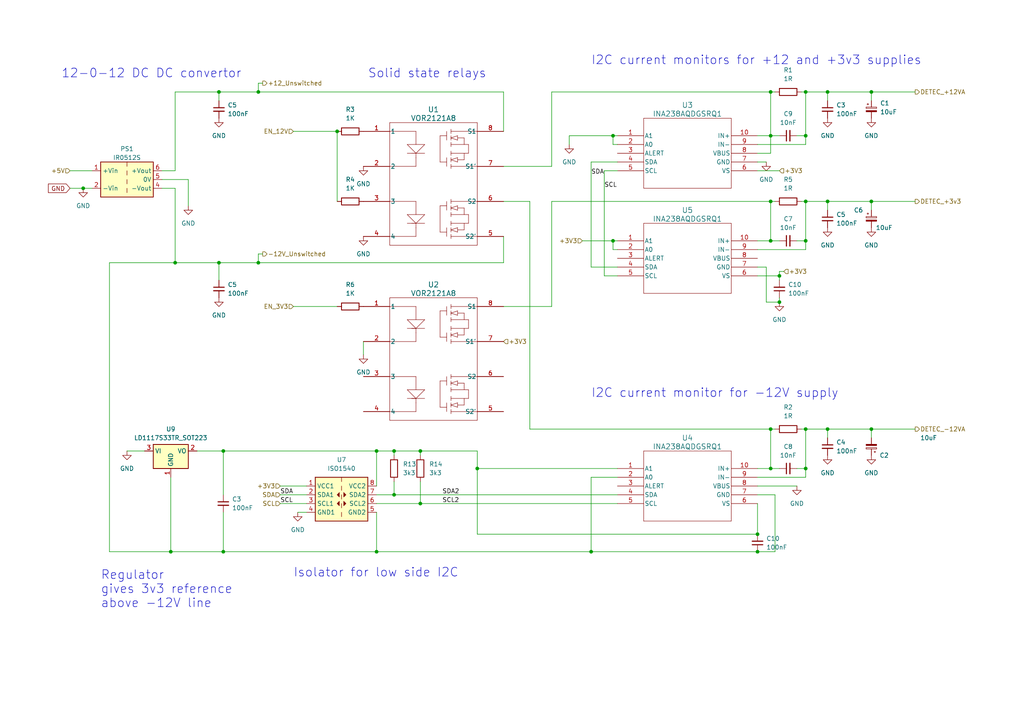
<source format=kicad_sch>
(kicad_sch (version 20230121) (generator eeschema)
  (paper "A4")
  (lib_symbols
    (symbol "Converter_DCDC:IR0512S"
      (property "Reference" "PS1" (at 0 8.89 0))
      (property "Value" "IR0512S" (at 0 6.35 0))
      (symbol "IR0512S_0_0"
        (pin power_in line (at -10.16 2.54 0) (length 2.54) (name "+Vin") (number "1"))
        (pin power_in line (at -10.16 -2.54 0) (length 2.54) (name "-Vin") (number "2"))
        (pin power_out line (at 10.16 -2.54 180) (length 2.54) (name "-Vout") (number "4"))
        (pin power_out line (at 10.16 0 180) (length 2.54) (name "0V") (number "5"))
        (pin power_out line (at 10.16 2.54 180) (length 2.54) (name "+Vout") (number "6"))
      )
      (symbol "IR0512S_0_1"
        (rectangle (start -7.62 5.08) (end 7.62 -5.08) (stroke (width 0.254)) (fill (type background)))
        (polyline (pts (xy 0 -2.54) (xy 0 -3.81)))
        (polyline (pts (xy 0 0) (xy 0 -1.27)))
        (polyline (pts (xy 0 2.54) (xy 0 1.27)))
        (polyline (pts (xy 0 5.08) (xy 0 3.81)))
      )
      (symbol "IR0512S_1_1"
        (pin no_connect line (at 0 -5.08 90) (length 2.54) hide (name "NC") (number "3"))
      )
    )
    (symbol "Device:C_Polarized_Small" (pin_numbers hide) (pin_names (offset 0.254) hide)
      (property "Reference" "C" (at 0.254 1.778 0))
      (property "Value" "C_Polarized_Small" (at 0.254 -2.032 0))
      (symbol "C_Polarized_Small_0_1"
        (rectangle (start -1.524 -0.3048) (end 1.524 -0.6858) (fill (type outline)))
        (rectangle (start -1.524 0.6858) (end 1.524 0.3048))
        (polyline (pts (xy -1.27 1.524) (xy -0.762 1.524)))
        (polyline (pts (xy -1.016 1.27) (xy -1.016 1.778)))
      )
      (symbol "C_Polarized_Small_1_1"
        (pin passive line (at 0 2.54 270) (length 1.8542) (name "~") (number "1"))
        (pin passive line (at 0 -2.54 90) (length 1.8542) (name "~") (number "2"))
      )
    )
    (symbol "Device:C_Small" (pin_numbers hide) (pin_names (offset 0.254) hide)
      (property "Reference" "C" (at 0.254 1.778 0))
      (property "Value" "C_Small" (at 0.254 -2.032 0))
      (symbol "C_Small_0_1"
        (polyline (pts (xy -1.524 -0.508) (xy 1.524 -0.508)) (stroke (width 0.3302)))
        (polyline (pts (xy -1.524 0.508) (xy 1.524 0.508)) (stroke (width 0.3048)))
      )
      (symbol "C_Small_1_1"
        (pin passive line (at 0 2.54 270) (length 2.032) (name "~") (number "1"))
        (pin passive line (at 0 -2.54 90) (length 2.032) (name "~") (number "2"))
      )
    )
    (symbol "Device:R" (pin_numbers hide) (pin_names (offset 0))
      (property "Reference" "R" (at 2.032 0 90))
      (property "Value" "R" (at 0 0 90))
      (symbol "R_0_1"
        (rectangle (start -1.016 -2.54) (end 1.016 2.54) (stroke (width 0.254)))
      )
      (symbol "R_1_1"
        (pin passive line (at 0 3.81 270) (length 1.27) (name "~") (number "1"))
        (pin passive line (at 0 -3.81 90) (length 1.27) (name "~") (number "2"))
      )
    )
    (symbol "Isolator:ISO1540"
      (property "Reference" "U" (at -6.35 6.35 0))
      (property "Value" "ISO1540" (at 3.81 6.35 0))
      (symbol "ISO1540_0_1"
        (rectangle (start -7.62 5.08) (end 7.62 -7.62) (stroke (width 0.254)) (fill (type background)))
        (rectangle (start 0 -5.08) (end 0 -6.35))
        (polyline (pts (xy 0 -2.54) (xy 0 -3.81)))
        (polyline (pts (xy 0 0) (xy 0 -1.27)))
        (polyline (pts (xy 0 2.54) (xy 0 1.27)))
        (polyline (pts (xy 0 5.08) (xy 0 3.81)))
        (polyline (pts (xy -0.635 0.635) (xy -1.27 0) (xy -0.635 -0.635) (xy -0.635 0.635)) (fill (type outline)))
        (polyline (pts (xy 0.635 -1.905) (xy 1.27 -2.54) (xy 0.635 -3.175) (xy 0.635 -1.905)) (fill (type outline)))
        (polyline (pts (xy 0.635 0.635) (xy 1.27 0) (xy 0.635 -0.635) (xy 0.635 0.635)) (fill (type outline)))
      )
      (symbol "ISO1540_1_1"
        (polyline (pts (xy -0.635 -1.905) (xy -1.27 -2.54) (xy -0.635 -3.175) (xy -0.635 -1.905)) (fill (type outline)))
        (pin power_in line (at -10.16 2.54 0) (length 2.54) (name "VCC1") (number "1"))
        (pin bidirectional line (at -10.16 0 0) (length 2.54) (name "SDA1") (number "2"))
        (pin bidirectional line (at -10.16 -2.54 0) (length 2.54) (name "SCL1") (number "3"))
        (pin power_in line (at -10.16 -5.08 0) (length 2.54) (name "GND1") (number "4"))
        (pin power_in line (at 10.16 -5.08 180) (length 2.54) (name "GND2") (number "5"))
        (pin bidirectional line (at 10.16 -2.54 180) (length 2.54) (name "SCL2") (number "6"))
        (pin bidirectional line (at 10.16 0 180) (length 2.54) (name "SDA2") (number "7"))
        (pin power_in line (at 10.16 2.54 180) (length 2.54) (name "VCC2") (number "8"))
      )
    )
    (symbol "Power_Management:INA238AQDGSRQ1" (pin_names (offset 0.254))
      (property "Reference" "U" (at 20.32 10.16 0))
      (property "Value" "INA238AQDGSRQ1" (at 20.32 7.62 0))
      (symbol "INA238AQDGSRQ1_0_1"
        (polyline (pts (xy 7.62 -15.24) (xy 33.02 -15.24)) (stroke (width 0.127)))
        (polyline (pts (xy 7.62 5.08) (xy 7.62 -15.24)) (stroke (width 0.127)))
        (polyline (pts (xy 33.02 -15.24) (xy 33.02 5.08)) (stroke (width 0.127)))
        (polyline (pts (xy 33.02 5.08) (xy 7.62 5.08)) (stroke (width 0.127)))
        (pin input line (at 0 0 0) (length 7.62) (name "A1") (number "1"))
        (pin input line (at 40.64 0 180) (length 7.62) (name "IN+") (number "10"))
        (pin input line (at 0 -2.54 0) (length 7.62) (name "A0") (number "2"))
        (pin output line (at 0 -5.08 0) (length 7.62) (name "ALERT") (number "3"))
        (pin bidirectional line (at 0 -7.62 0) (length 7.62) (name "SDA") (number "4"))
        (pin input line (at 0 -10.16 0) (length 7.62) (name "SCL") (number "5"))
        (pin power_in line (at 40.64 -10.16 180) (length 7.62) (name "VS") (number "6"))
        (pin power_out line (at 40.64 -7.62 180) (length 7.62) (name "GND") (number "7"))
        (pin input line (at 40.64 -5.08 180) (length 7.62) (name "VBUS") (number "8"))
        (pin input line (at 40.64 -2.54 180) (length 7.62) (name "IN-") (number "9"))
      )
    )
    (symbol "Regulator_Linear:LD1117S33TR_SOT223"
      (property "Reference" "U" (at -3.81 3.175 0))
      (property "Value" "LD1117S33TR_SOT223" (at 0 3.175 0))
      (symbol "LD1117S33TR_SOT223_0_1"
        (rectangle (start -5.08 -5.08) (end 5.08 1.905) (stroke (width 0.254)) (fill (type background)))
      )
      (symbol "LD1117S33TR_SOT223_1_1"
        (pin power_in line (at 0 -7.62 90) (length 2.54) (name "GND") (number "1"))
        (pin power_out line (at 7.62 0 180) (length 2.54) (name "VO") (number "2"))
        (pin power_in line (at -7.62 0 0) (length 2.54) (name "VI") (number "3"))
      )
    )
    (symbol "Relay_SolidState:VOR2121A8" (pin_names (offset 0.254))
      (property "Reference" "U" (at 20.32 7.62 0))
      (property "Value" "VOR2121A8" (at 20.32 5.08 0))
      (symbol "VOR2121A8_0_1"
        (polyline (pts (xy 7.62 -33.02) (xy 33.02 -33.02)) (stroke (width 0.127)))
        (polyline (pts (xy 7.62 -30.48) (xy 15.24 -30.48)) (stroke (width 0.127)))
        (polyline (pts (xy 7.62 -20.32) (xy 15.24 -20.32)) (stroke (width 0.127)))
        (polyline (pts (xy 7.62 -10.16) (xy 15.24 -10.16)) (stroke (width 0.127)))
        (polyline (pts (xy 7.62 0) (xy 15.24 0)) (stroke (width 0.127)))
        (polyline (pts (xy 7.62 2.54) (xy 7.62 -33.02)) (stroke (width 0.127)))
        (polyline (pts (xy 12.7 -24.13) (xy 17.78 -24.13)) (stroke (width 0.127)))
        (polyline (pts (xy 12.7 -3.81) (xy 17.78 -3.81)) (stroke (width 0.127)))
        (polyline (pts (xy 15.24 -30.48) (xy 15.24 -27.94)) (stroke (width 0.127)))
        (polyline (pts (xy 15.24 -27.94) (xy 15.24 -26.67)) (stroke (width 0.127)))
        (polyline (pts (xy 15.24 -26.67) (xy 12.7 -26.67)) (stroke (width 0.127)))
        (polyline (pts (xy 15.24 -26.67) (xy 12.7 -24.13)) (stroke (width 0.127)))
        (polyline (pts (xy 15.24 -26.67) (xy 13.97 -26.67)) (stroke (width 0.127)))
        (polyline (pts (xy 15.24 -26.67) (xy 17.78 -26.67)) (stroke (width 0.127)))
        (polyline (pts (xy 15.24 -24.13) (xy 15.24 -20.32)) (stroke (width 0.127)))
        (polyline (pts (xy 15.24 -10.16) (xy 15.24 -7.62)) (stroke (width 0.127)))
        (polyline (pts (xy 15.24 -7.62) (xy 15.24 -6.35)) (stroke (width 0.127)))
        (polyline (pts (xy 15.24 -6.35) (xy 12.7 -6.35)) (stroke (width 0.127)))
        (polyline (pts (xy 15.24 -6.35) (xy 12.7 -3.81)) (stroke (width 0.127)))
        (polyline (pts (xy 15.24 -6.35) (xy 13.97 -6.35)) (stroke (width 0.127)))
        (polyline (pts (xy 15.24 -6.35) (xy 17.78 -6.35)) (stroke (width 0.127)))
        (polyline (pts (xy 15.24 -3.81) (xy 15.24 0)) (stroke (width 0.127)))
        (polyline (pts (xy 17.78 -24.13) (xy 15.24 -26.67)) (stroke (width 0.127)))
        (polyline (pts (xy 17.78 -3.81) (xy 15.24 -6.35)) (stroke (width 0.127)))
        (polyline (pts (xy 22.225 -29.21) (xy 22.225 -21.59)) (stroke (width 0.127)))
        (polyline (pts (xy 22.225 -21.59) (xy 24.13 -21.59)) (stroke (width 0.127)))
        (polyline (pts (xy 22.225 -8.89) (xy 22.225 -1.27)) (stroke (width 0.127)))
        (polyline (pts (xy 22.225 -1.27) (xy 24.13 -1.27)) (stroke (width 0.127)))
        (polyline (pts (xy 24.13 -30.48) (xy 24.13 -27.94)) (stroke (width 0.127)))
        (polyline (pts (xy 24.13 -29.21) (xy 22.225 -29.21)) (stroke (width 0.127)))
        (polyline (pts (xy 24.13 -20.32) (xy 24.13 -22.86)) (stroke (width 0.127)))
        (polyline (pts (xy 24.13 -10.16) (xy 24.13 -7.62)) (stroke (width 0.127)))
        (polyline (pts (xy 24.13 -8.89) (xy 22.225 -8.89)) (stroke (width 0.127)))
        (polyline (pts (xy 24.13 0) (xy 24.13 -2.54)) (stroke (width 0.127)))
        (polyline (pts (xy 25.4 -29.845) (xy 25.4 -31.115)) (stroke (width 0.127)))
        (polyline (pts (xy 25.4 -29.21) (xy 25.4 -27.94)) (stroke (width 0.127)))
        (polyline (pts (xy 25.4 -28.575) (xy 27.305 -27.94)) (stroke (width 0.127)))
        (polyline (pts (xy 25.4 -27.305) (xy 25.4 -26.035)) (stroke (width 0.127)))
        (polyline (pts (xy 25.4 -26.67) (xy 30.48 -26.67)) (stroke (width 0.127)))
        (polyline (pts (xy 25.4 -23.495) (xy 25.4 -24.765)) (stroke (width 0.127)))
        (polyline (pts (xy 25.4 -22.225) (xy 25.4 -22.86)) (stroke (width 0.127)))
        (polyline (pts (xy 25.4 -22.225) (xy 25.4 -21.59)) (stroke (width 0.127)))
        (polyline (pts (xy 25.4 -22.225) (xy 27.305 -21.59)) (stroke (width 0.127)))
        (polyline (pts (xy 25.4 -19.685) (xy 25.4 -20.955)) (stroke (width 0.127)))
        (polyline (pts (xy 25.4 -9.525) (xy 25.4 -10.795)) (stroke (width 0.127)))
        (polyline (pts (xy 25.4 -8.89) (xy 25.4 -7.62)) (stroke (width 0.127)))
        (polyline (pts (xy 25.4 -8.255) (xy 27.305 -7.62)) (stroke (width 0.127)))
        (polyline (pts (xy 25.4 -6.985) (xy 25.4 -5.715)) (stroke (width 0.127)))
        (polyline (pts (xy 25.4 -6.35) (xy 30.48 -6.35)) (stroke (width 0.127)))
        (polyline (pts (xy 25.4 -3.175) (xy 25.4 -4.445)) (stroke (width 0.127)))
        (polyline (pts (xy 25.4 -1.905) (xy 25.4 -2.54)) (stroke (width 0.127)))
        (polyline (pts (xy 25.4 -1.905) (xy 25.4 -1.27)) (stroke (width 0.127)))
        (polyline (pts (xy 25.4 -1.905) (xy 27.305 -1.27)) (stroke (width 0.127)))
        (polyline (pts (xy 25.4 0.635) (xy 25.4 -0.635)) (stroke (width 0.127)))
        (polyline (pts (xy 27.305 -29.21) (xy 25.4 -28.575)) (stroke (width 0.127)))
        (polyline (pts (xy 27.305 -28.575) (xy 29.21 -28.575)) (stroke (width 0.127)))
        (polyline (pts (xy 27.305 -27.94) (xy 27.305 -29.21)) (stroke (width 0.127)))
        (polyline (pts (xy 27.305 -22.86) (xy 25.4 -22.225)) (stroke (width 0.127)))
        (polyline (pts (xy 27.305 -22.225) (xy 29.21 -22.225)) (stroke (width 0.127)))
        (polyline (pts (xy 27.305 -21.59) (xy 27.305 -22.86)) (stroke (width 0.127)))
        (polyline (pts (xy 27.305 -8.89) (xy 25.4 -8.255)) (stroke (width 0.127)))
        (polyline (pts (xy 27.305 -8.255) (xy 29.21 -8.255)) (stroke (width 0.127)))
        (polyline (pts (xy 27.305 -7.62) (xy 27.305 -8.89)) (stroke (width 0.127)))
        (polyline (pts (xy 27.305 -2.54) (xy 25.4 -1.905)) (stroke (width 0.127)))
        (polyline (pts (xy 27.305 -1.905) (xy 29.21 -1.905)) (stroke (width 0.127)))
        (polyline (pts (xy 27.305 -1.27) (xy 27.305 -2.54)) (stroke (width 0.127)))
        (polyline (pts (xy 29.21 -28.575) (xy 29.21 -26.67)) (stroke (width 0.127)))
        (polyline (pts (xy 29.21 -22.225) (xy 29.21 -24.13)) (stroke (width 0.127)))
        (polyline (pts (xy 29.21 -8.255) (xy 29.21 -6.35)) (stroke (width 0.127)))
        (polyline (pts (xy 29.21 -1.905) (xy 29.21 -3.81)) (stroke (width 0.127)))
        (polyline (pts (xy 30.48 -26.67) (xy 30.48 -24.13)) (stroke (width 0.127)))
        (polyline (pts (xy 30.48 -24.13) (xy 25.4 -24.13)) (stroke (width 0.127)))
        (polyline (pts (xy 30.48 -6.35) (xy 30.48 -3.81)) (stroke (width 0.127)))
        (polyline (pts (xy 30.48 -3.81) (xy 25.4 -3.81)) (stroke (width 0.127)))
        (polyline (pts (xy 33.02 -33.02) (xy 33.02 2.54)) (stroke (width 0.127)))
        (polyline (pts (xy 33.02 -30.48) (xy 25.4 -30.48)) (stroke (width 0.127)))
        (polyline (pts (xy 33.02 -20.32) (xy 25.4 -20.32)) (stroke (width 0.127)))
        (polyline (pts (xy 33.02 -10.16) (xy 25.4 -10.16)) (stroke (width 0.127)))
        (polyline (pts (xy 33.02 0) (xy 25.4 0)) (stroke (width 0.127)))
        (polyline (pts (xy 33.02 2.54) (xy 7.62 2.54)) (stroke (width 0.127)))
        (pin unspecified line (at 0 0 0) (length 7.62) (name "1") (number "1"))
        (pin unspecified line (at 0 -10.16 0) (length 7.62) (name "2") (number "2"))
        (pin unspecified line (at 0 -20.32 0) (length 7.62) (name "3") (number "3"))
        (pin unspecified line (at 0 -30.48 0) (length 7.62) (name "4") (number "4"))
        (pin unspecified line (at 40.64 -30.48 180) (length 7.62) (name "S2'") (number "5"))
        (pin bidirectional line (at 40.64 -20.32 180) (length 7.62) (name "S2") (number "6"))
        (pin bidirectional line (at 40.64 -10.16 180) (length 7.62) (name "S1'") (number "7"))
        (pin bidirectional line (at 40.64 0 180) (length 7.62) (name "S1") (number "8"))
      )
    )
    (symbol "power:GND" (power) (pin_names (offset 0))
      (property "Value" "GND" (at 0 -3.81 0))
      (symbol "GND_0_1"
        (polyline (pts (xy 0 0) (xy 0 -1.27) (xy 1.27 -1.27) (xy 0 -2.54) (xy -1.27 -1.27) (xy 0 -1.27)))
      )
      (symbol "GND_1_1"
        (pin power_in line (at 0 0 270) (length 0) hide (name "GND") (number "1"))
      )
    )
  )
  (junction (at 63.5 26.67))
  (junction (at 64.77 130.81))
  (junction (at 226.06 87.63))
  (junction (at 223.52 124.46))
  (junction (at 177.8 69.85))
  (junction (at 219.71 160.02))
  (junction (at 121.92 146.05))
  (junction (at 219.71 154.94))
  (junction (at 138.43 135.89))
  (junction (at 114.3 143.51))
  (junction (at 240.03 58.42))
  (junction (at 233.68 69.85))
  (junction (at 74.93 26.67))
  (junction (at 109.22 160.02))
  (junction (at 223.52 39.37))
  (junction (at 74.93 76.2))
  (junction (at 109.22 130.81))
  (junction (at 223.52 58.42))
  (junction (at 233.68 135.89))
  (junction (at 233.68 124.46))
  (junction (at 252.73 124.46))
  (junction (at 252.73 26.67))
  (junction (at 240.03 124.46))
  (junction (at 233.68 39.37))
  (junction (at 233.68 58.42))
  (junction (at 240.03 26.67))
  (junction (at 171.45 160.02))
  (junction (at 121.92 130.81))
  (junction (at 252.73 58.42))
  (junction (at 49.53 160.02))
  (junction (at 64.77 160.02))
  (junction (at 226.06 80.01))
  (junction (at 63.5 76.2))
  (junction (at 223.52 135.89))
  (junction (at 50.8 76.2))
  (junction (at 97.79 38.1))
  (junction (at 233.68 26.67))
  (junction (at 24.13 54.61))
  (junction (at 177.8 39.37))
  (junction (at 223.52 69.85))
  (junction (at 114.3 130.81))
  (junction (at 223.52 26.67))
  (wire (pts (xy 146.05 48.26) (xy 160.02 48.26)))
  (wire (pts (xy 233.68 26.67) (xy 233.68 39.37)))
  (wire (pts (xy 171.45 138.43) (xy 171.45 160.02)))
  (wire (pts (xy 232.41 124.46) (xy 233.68 124.46)))
  (wire (pts (xy 219.71 146.05) (xy 219.71 154.94)))
  (wire (pts (xy 252.73 26.67) (xy 265.43 26.67)))
  (wire (pts (xy 31.75 76.2) (xy 31.75 160.02)))
  (wire (pts (xy 223.52 26.67) (xy 223.52 39.37)))
  (wire (pts (xy 121.92 146.05) (xy 121.92 139.7)))
  (wire (pts (xy 165.1 41.91) (xy 165.1 39.37)))
  (wire (pts (xy 85.09 38.1) (xy 97.79 38.1)))
  (wire (pts (xy 138.43 135.89) (xy 138.43 130.81)))
  (wire (pts (xy 20.32 49.53) (xy 26.67 49.53)))
  (wire (pts (xy 171.45 77.47) (xy 179.07 77.47)))
  (wire (pts (xy 177.8 41.91) (xy 179.07 41.91)))
  (wire (pts (xy 177.8 39.37) (xy 179.07 39.37)))
  (wire (pts (xy 223.52 39.37) (xy 226.06 39.37)))
  (wire (pts (xy 226.06 86.36) (xy 226.06 87.63)))
  (wire (pts (xy 226.06 81.28) (xy 226.06 80.01)))
  (wire (pts (xy 175.26 80.01) (xy 179.07 80.01)))
  (wire (pts (xy 153.67 58.42) (xy 153.67 124.46)))
  (wire (pts (xy 121.92 146.05) (xy 179.07 146.05)))
  (wire (pts (xy 222.25 77.47) (xy 219.71 77.47)))
  (wire (pts (xy 63.5 26.67) (xy 74.93 26.67)))
  (wire (pts (xy 171.45 46.99) (xy 179.07 46.99)))
  (wire (pts (xy 63.5 76.2) (xy 63.5 81.28)))
  (wire (pts (xy 233.68 39.37) (xy 233.68 41.91)))
  (wire (pts (xy 240.03 26.67) (xy 240.03 29.21)))
  (wire (pts (xy 138.43 130.81) (xy 121.92 130.81)))
  (wire (pts (xy 160.02 48.26) (xy 160.02 26.67)))
  (wire (pts (xy 76.2 73.66) (xy 74.93 73.66)))
  (wire (pts (xy 36.83 130.81) (xy 41.91 130.81)))
  (wire (pts (xy 74.93 26.67) (xy 146.05 26.67)))
  (wire (pts (xy 231.14 69.85) (xy 233.68 69.85)))
  (wire (pts (xy 223.52 69.85) (xy 226.06 69.85)))
  (wire (pts (xy 219.71 69.85) (xy 223.52 69.85)))
  (wire (pts (xy 232.41 26.67) (xy 233.68 26.67)))
  (wire (pts (xy 240.03 58.42) (xy 252.73 58.42)))
  (wire (pts (xy 50.8 54.61) (xy 50.8 76.2)))
  (wire (pts (xy 240.03 124.46) (xy 252.73 124.46)))
  (wire (pts (xy 97.79 88.9) (xy 85.09 88.9)))
  (wire (pts (xy 231.14 39.37) (xy 233.68 39.37)))
  (wire (pts (xy 153.67 124.46) (xy 223.52 124.46)))
  (wire (pts (xy 223.52 58.42) (xy 224.79 58.42)))
  (wire (pts (xy 160.02 58.42) (xy 223.52 58.42)))
  (wire (pts (xy 175.26 49.53) (xy 175.26 80.01)))
  (wire (pts (xy 114.3 130.81) (xy 109.22 130.81)))
  (wire (pts (xy 252.73 127) (xy 252.73 124.46)))
  (wire (pts (xy 233.68 58.42) (xy 240.03 58.42)))
  (wire (pts (xy 175.26 49.53) (xy 179.07 49.53)))
  (wire (pts (xy 160.02 26.67) (xy 223.52 26.67)))
  (wire (pts (xy 146.05 26.67) (xy 146.05 38.1)))
  (wire (pts (xy 240.03 124.46) (xy 240.03 127)))
  (wire (pts (xy 219.71 143.51) (xy 224.79 143.51)))
  (wire (pts (xy 50.8 26.67) (xy 63.5 26.67)))
  (wire (pts (xy 222.25 87.63) (xy 226.06 87.63)))
  (wire (pts (xy 219.71 46.99) (xy 222.25 46.99)))
  (wire (pts (xy 121.92 130.81) (xy 114.3 130.81)))
  (wire (pts (xy 240.03 58.42) (xy 240.03 60.96)))
  (wire (pts (xy 177.8 72.39) (xy 179.07 72.39)))
  (wire (pts (xy 168.91 69.85) (xy 177.8 69.85)))
  (wire (pts (xy 240.03 26.67) (xy 252.73 26.67)))
  (wire (pts (xy 223.52 124.46) (xy 223.52 135.89)))
  (wire (pts (xy 114.3 143.51) (xy 114.3 139.7)))
  (wire (pts (xy 146.05 76.2) (xy 146.05 68.58)))
  (wire (pts (xy 219.71 154.94) (xy 138.43 154.94)))
  (wire (pts (xy 223.52 135.89) (xy 226.06 135.89)))
  (wire (pts (xy 50.8 54.61) (xy 46.99 54.61)))
  (wire (pts (xy 223.52 39.37) (xy 219.71 39.37)))
  (wire (pts (xy 81.28 140.97) (xy 88.9 140.97)))
  (wire (pts (xy 219.71 135.89) (xy 223.52 135.89)))
  (wire (pts (xy 171.45 46.99) (xy 171.45 77.47)))
  (wire (pts (xy 121.92 132.08) (xy 121.92 130.81)))
  (wire (pts (xy 63.5 26.67) (xy 63.5 29.21)))
  (wire (pts (xy 109.22 160.02) (xy 109.22 148.59)))
  (wire (pts (xy 109.22 143.51) (xy 114.3 143.51)))
  (wire (pts (xy 219.71 80.01) (xy 226.06 80.01)))
  (wire (pts (xy 114.3 132.08) (xy 114.3 130.81)))
  (wire (pts (xy 233.68 124.46) (xy 233.68 135.89)))
  (wire (pts (xy 138.43 135.89) (xy 179.07 135.89)))
  (wire (pts (xy 223.52 124.46) (xy 224.79 124.46)))
  (wire (pts (xy 233.68 124.46) (xy 240.03 124.46)))
  (wire (pts (xy 54.61 52.07) (xy 54.61 59.69)))
  (wire (pts (xy 171.45 160.02) (xy 109.22 160.02)))
  (wire (pts (xy 233.68 135.89) (xy 233.68 138.43)))
  (wire (pts (xy 252.73 124.46) (xy 265.43 124.46)))
  (wire (pts (xy 219.71 49.53) (xy 226.06 49.53)))
  (wire (pts (xy 219.71 72.39) (xy 233.68 72.39)))
  (wire (pts (xy 160.02 58.42) (xy 160.02 88.9)))
  (wire (pts (xy 57.15 130.81) (xy 64.77 130.81)))
  (wire (pts (xy 252.73 60.96) (xy 252.73 58.42)))
  (wire (pts (xy 64.77 148.59) (xy 64.77 160.02)))
  (wire (pts (xy 219.71 160.02) (xy 171.45 160.02)))
  (wire (pts (xy 219.71 44.45) (xy 223.52 44.45)))
  (wire (pts (xy 177.8 39.37) (xy 177.8 41.91)))
  (wire (pts (xy 177.8 69.85) (xy 177.8 72.39)))
  (wire (pts (xy 63.5 76.2) (xy 74.93 76.2)))
  (wire (pts (xy 219.71 138.43) (xy 233.68 138.43)))
  (wire (pts (xy 252.73 26.67) (xy 252.73 29.21)))
  (wire (pts (xy 31.75 160.02) (xy 49.53 160.02)))
  (wire (pts (xy 81.28 146.05) (xy 88.9 146.05)))
  (wire (pts (xy 177.8 69.85) (xy 179.07 69.85)))
  (wire (pts (xy 97.79 38.1) (xy 97.79 58.42)))
  (wire (pts (xy 233.68 41.91) (xy 219.71 41.91)))
  (wire (pts (xy 105.41 99.06) (xy 105.41 102.87)))
  (wire (pts (xy 20.32 54.61) (xy 24.13 54.61)))
  (wire (pts (xy 76.2 24.13) (xy 74.93 24.13)))
  (wire (pts (xy 74.93 24.13) (xy 74.93 26.67)))
  (wire (pts (xy 233.68 26.67) (xy 240.03 26.67)))
  (wire (pts (xy 50.8 76.2) (xy 63.5 76.2)))
  (wire (pts (xy 31.75 76.2) (xy 50.8 76.2)))
  (wire (pts (xy 81.28 143.51) (xy 88.9 143.51)))
  (wire (pts (xy 153.67 58.42) (xy 146.05 58.42)))
  (wire (pts (xy 233.68 58.42) (xy 232.41 58.42)))
  (wire (pts (xy 64.77 130.81) (xy 109.22 130.81)))
  (wire (pts (xy 109.22 140.97) (xy 109.22 130.81)))
  (wire (pts (xy 233.68 72.39) (xy 233.68 69.85)))
  (wire (pts (xy 74.93 76.2) (xy 146.05 76.2)))
  (wire (pts (xy 226.06 78.74) (xy 226.06 80.01)))
  (wire (pts (xy 224.79 26.67) (xy 223.52 26.67)))
  (wire (pts (xy 224.79 160.02) (xy 219.71 160.02)))
  (wire (pts (xy 231.14 135.89) (xy 233.68 135.89)))
  (wire (pts (xy 223.52 39.37) (xy 223.52 44.45)))
  (wire (pts (xy 74.93 73.66) (xy 74.93 76.2)))
  (wire (pts (xy 179.07 138.43) (xy 171.45 138.43)))
  (wire (pts (xy 165.1 39.37) (xy 177.8 39.37)))
  (wire (pts (xy 109.22 146.05) (xy 121.92 146.05)))
  (wire (pts (xy 233.68 58.42) (xy 233.68 69.85)))
  (wire (pts (xy 222.25 87.63) (xy 222.25 77.47)))
  (wire (pts (xy 50.8 49.53) (xy 50.8 26.67)))
  (wire (pts (xy 226.06 78.74) (xy 227.33 78.74)))
  (wire (pts (xy 86.36 148.59) (xy 88.9 148.59)))
  (wire (pts (xy 49.53 160.02) (xy 64.77 160.02)))
  (wire (pts (xy 64.77 160.02) (xy 109.22 160.02)))
  (wire (pts (xy 50.8 49.53) (xy 46.99 49.53)))
  (wire (pts (xy 219.71 140.97) (xy 231.14 140.97)))
  (wire (pts (xy 24.13 54.61) (xy 26.67 54.61)))
  (wire (pts (xy 223.52 58.42) (xy 223.52 69.85)))
  (wire (pts (xy 64.77 130.81) (xy 64.77 143.51)))
  (wire (pts (xy 49.53 138.43) (xy 49.53 160.02)))
  (wire (pts (xy 224.79 143.51) (xy 224.79 160.02)))
  (wire (pts (xy 160.02 88.9) (xy 146.05 88.9)))
  (wire (pts (xy 54.61 52.07) (xy 46.99 52.07)))
  (wire (pts (xy 114.3 143.51) (xy 179.07 143.51)))
  (wire (pts (xy 252.73 58.42) (xy 265.43 58.42)))
  (wire (pts (xy 138.43 154.94) (xy 138.43 135.89)))
  (text "I2C current monitors for +12 and +3v3 supplies" (at 171.45 19.05 0) (effects (font (size 2.54 2.54)) (justify left bottom)))
  (text "Solid state relays" (at 106.68 22.86 0) (effects (font (size 2.54 2.54)) (justify left bottom)))
  (text "Isolator for low side I2C" (at 85.09 167.64 0) (effects (font (size 2.54 2.54)) (justify left bottom)))
  (text "12-0-12 DC DC convertor" (at 17.78 22.86 0) (effects (font (size 2.54 2.54)) (justify left bottom)))
  (text "I2C current monitor for -12V supply" (at 171.45 115.57 0) (effects (font (size 2.54 2.54)) (justify left bottom)))
  (text "Regulator\ngives 3v3 reference \nabove -12V line\n" (at 29.21 176.53 0) (effects (font (size 2.54 2.54)) (justify left bottom)))
  (label "SDA" (at 171.45 50.8 0))
  (label "SCL" (at 175.26 54.61 0))
  (label "SCL" (at 81.28 146.05 0))
  (label "SCL2" (at 128.27 146.05 0))
  (label "SDA" (at 81.28 143.51 0))
  (label "SDA2" (at 128.27 143.51 0))
  (global_label "GND" (shape input) (at 20.32 54.61 180) (property "Intersheetrefs" "${INTERSHEET_REFS}" (effects hide)))
  (hierarchical_label "+3V3" (shape input) (at 146.05 99.06 0))
  (hierarchical_label "+12_Unswitched" (shape output) (at 76.2 24.13 0))
  (hierarchical_label "DETEC_+3v3" (shape output) (at 265.43 58.42 0))
  (hierarchical_label "SDA" (shape input) (at 81.28 143.51 180))
  (hierarchical_label "DETEC_+12VA" (shape output) (at 265.43 26.67 0))
  (hierarchical_label "EN_12V" (shape input) (at 85.09 38.1 180))
  (hierarchical_label "+5V" (shape input) (at 20.32 49.53 180))
  (hierarchical_label "+3V3" (shape input) (at 226.06 49.53 0))
  (hierarchical_label "+3V3" (shape input) (at 81.28 140.97 180))
  (hierarchical_label "SCL" (shape input) (at 81.28 146.05 180))
  (hierarchical_label "+3V3" (shape input) (at 227.33 78.74 0))
  (hierarchical_label "EN_3V3" (shape input) (at 85.09 88.9 180))
  (hierarchical_label "-12V_Unswitched" (shape output) (at 76.2 73.66 0))
  (hierarchical_label "+3V3" (shape input) (at 168.91 69.85 180))
  (hierarchical_label "DETEC_-12VA" (shape output) (at 265.43 124.46 0))
  (symbol (lib_id "Power_Management:INA238AQDGSRQ1") (at 179.07 135.89 0) (unit 1)
    (property "Reference" "U4" (at 199.39 127 0) (effects (font (size 1.524 1.524))))
    (property "Value" "INA238AQDGSRQ1" (at 199.39 129.54 0) (effects (font (size 1.524 1.524))))
    (property "Footprint" "Package_SO:VSSOP-10_3x3mm_P0.5mm" (effects hide))
    (property "Datasheet" "INA238AQDGSRQ1" (effects hide))
  )
  (symbol (lib_id "Device:C_Small") (at 64.77 146.05 0) (unit 1)
    (property "Reference" "C3" (at 67.31 144.7863 0) (effects (justify left)))
    (property "Value" "100nF" (at 67.31 147.3263 0) (effects (justify left)))
    (instances (project "EGSE" (path "" (reference "C3") (unit 1)) (path "" (reference "C12") (unit 1))))
  )
  (symbol (lib_id "Device:C_Small") (at 228.6 39.37 90) (unit 1)
    (property "Reference" "C9" (at 228.6063 33.02 90))
    (property "Value" "10nF" (at 228.6063 35.56 90))
    (instances (project "EGSE" (path "" (reference "C9") (unit 1)) (path "" (reference "C3") (unit 1))))
  )
  (symbol (lib_id "Device:R") (at 228.6 124.46 90) (unit 1)
    (property "Reference" "R2" (at 228.6 118.11 90))
    (property "Value" "1R" (at 228.6 120.65 90))
  )
  (symbol (lib_id "power:GND") (at 105.41 102.87 0) (unit 1)
    (property "Reference" "#PWR03" (effects hide))
    (property "Value" "GND" (at 105.41 107.95 0))
    (instances (project "EGSE" (path "" (reference "#PWR03") (unit 1)) (path "" (reference "#PWR08") (unit 1))))
  )
  (symbol (lib_id "Device:C_Small") (at 63.5 83.82 0) (unit 1)
    (property "Reference" "C5" (at 66.04 82.5563 0) (effects (justify left)))
    (property "Value" "100nF" (at 66.04 85.0963 0) (effects (justify left)))
    (instances (project "EGSE" (path "" (reference "C5") (unit 1)) (path "" (reference "C19") (unit 1))))
  )
  (symbol (lib_id "Device:R") (at 101.6 88.9 90) (unit 1)
    (property "Reference" "R6" (at 101.6 82.55 90))
    (property "Value" "1K" (at 101.6 85.09 90))
    (instances (project "EGSE" (path "" (reference "R6") (unit 1)) (path "" (reference "R4") (unit 1))))
  )
  (symbol (lib_id "Regulator_Linear:LD1117S33TR_SOT223") (at 49.53 130.81 0) (unit 1)
    (property "Reference" "U9" (at 49.53 124.46 0))
    (property "Value" "LD1117S33TR_SOT223" (at 49.53 127 0))
    (property "Footprint" "Package_TO_SOT_SMD:SOT-223-3_TabPin2" (effects hide))
    (property "Datasheet" "http://www.st.com/st-web-ui/static/active/en/resource/technical/document/datasheet/CD00000544.pdf" (effects hide))
  )
  (symbol (lib_id "power:GND") (at 63.5 34.29 0) (unit 1)
    (property "Reference" "#PWR02" (effects hide))
    (property "Value" "GND" (at 63.5 39.37 0))
    (instances (project "EGSE" (path "" (reference "#PWR02") (unit 1)) (path "" (reference "#PWR027") (unit 1))))
  )
  (symbol (lib_id "power:GND") (at 63.5 86.36 0) (unit 1)
    (property "Reference" "#PWR02" (effects hide))
    (property "Value" "GND" (at 63.5 91.44 0))
    (instances (project "EGSE" (path "" (reference "#PWR02") (unit 1)) (path "" (reference "#PWR036") (unit 1))))
  )
  (symbol (lib_id "power:GND") (at 86.36 148.59 0) (unit 1)
    (property "Reference" "#PWR03" (effects hide))
    (property "Value" "GND" (at 86.36 153.67 0))
    (instances (project "EGSE" (path "" (reference "#PWR03") (unit 1)) (path "" (reference "#PWR026") (unit 1))))
  )
  (symbol (lib_id "Relay_SolidState:VOR2121A8") (at 105.41 88.9 0) (unit 1)
    (property "Reference" "U2" (at 125.73 82.55 0) (effects (font (size 1.524 1.524))))
    (property "Value" "VOR2121A8" (at 125.73 85.09 0) (effects (font (size 1.524 1.524))))
    (property "Footprint" "Package_DIP:DIP-8_W7.62mm" (effects hide))
    (property "Datasheet" "VOR2121A8" (effects hide))
  )
  (symbol (lib_id "Device:C_Small") (at 219.71 157.48 180) (unit 1)
    (property "Reference" "C10" (at 222.25 156.2036 0) (effects (justify right)))
    (property "Value" "100nF" (at 222.25 158.7436 0) (effects (justify right)))
    (instances (project "EGSE" (path "" (reference "C10") (unit 1)) (path "" (reference "C11") (unit 1))))
  )
  (symbol (lib_id "Device:C_Small") (at 226.06 83.82 180) (unit 1)
    (property "Reference" "C10" (at 228.6 82.5436 0) (effects (justify right)))
    (property "Value" "100nF" (at 228.6 85.0836 0) (effects (justify right)))
    (instances (project "EGSE" (path "" (reference "C10") (unit 1)) (path "" (reference "C1") (unit 1))))
  )
  (symbol (lib_id "Device:C_Small") (at 240.03 129.54 0) (unit 1)
    (property "Reference" "C4" (at 242.57 128.2763 0) (effects (justify left)))
    (property "Value" "100nF" (at 242.57 130.8163 0) (effects (justify left)))
  )
  (symbol (lib_id "Device:R") (at 101.6 58.42 90) (unit 1)
    (property "Reference" "R4" (at 101.6 52.07 90))
    (property "Value" "1K" (at 101.6 54.61 90))
    (instances (project "EGSE" (path "" (reference "R4") (unit 1)) (path "" (reference "R3") (unit 1))))
  )
  (symbol (lib_id "Device:C_Polarized_Small") (at 252.73 31.75 0) (unit 1)
    (property "Reference" "C1" (at 255.27 29.9339 0) (effects (justify left)))
    (property "Value" "10uF" (at 255.27 32.4739 0) (effects (justify left)))
    (instances (project "EGSE" (path "" (reference "C1") (unit 1)) (path "" (reference "C9") (unit 1))))
  )
  (symbol (lib_id "Device:R") (at 114.3 135.89 0) (unit 1)
    (property "Reference" "R13" (at 116.84 134.62 0) (effects (justify left)))
    (property "Value" "3k3" (at 116.84 137.16 0) (effects (justify left)))
  )
  (symbol (lib_id "power:GND") (at 36.83 130.81 0) (unit 1)
    (property "Reference" "#PWR03" (effects hide))
    (property "Value" "GND" (at 36.83 135.89 0))
    (instances (project "EGSE" (path "" (reference "#PWR03") (unit 1)) (path "" (reference "#PWR025") (unit 1))))
  )
  (symbol (lib_id "power:GND") (at 24.13 54.61 0) (unit 1)
    (property "Reference" "#PWR08" (effects hide))
    (property "Value" "GND" (at 24.13 59.69 0))
    (instances (project "EGSE" (path "" (reference "#PWR08") (unit 1)) (path "" (reference "#PWR02") (unit 1))))
  )
  (symbol (lib_id "power:GND") (at 222.25 46.99 0) (unit 1)
    (property "Reference" "#PWR06" (effects hide))
    (property "Value" "GND" (at 222.25 52.07 0))
    (instances (project "EGSE" (path "" (reference "#PWR06") (unit 1)) (path "" (reference "#PWR015") (unit 1))))
  )
  (symbol (lib_id "Device:R") (at 101.6 38.1 90) (unit 1)
    (property "Reference" "R3" (at 101.6 31.75 90))
    (property "Value" "1K" (at 101.6 34.29 90))
    (instances (project "EGSE" (path "" (reference "R3") (unit 1)) (path "" (reference "R1") (unit 1))))
  )
  (symbol (lib_id "power:GND") (at 252.73 66.04 0) (unit 1)
    (property "Reference" "#PWR022" (effects hide))
    (property "Value" "GND" (at 252.73 71.12 0))
    (instances (project "EGSE" (path "" (reference "#PWR022") (unit 1)) (path "" (reference "#PWR024") (unit 1))))
  )
  (symbol (lib_id "Device:C_Small") (at 240.03 31.75 0) (unit 1)
    (property "Reference" "C3" (at 242.57 30.4863 0) (effects (justify left)))
    (property "Value" "100nF" (at 242.57 33.0263 0) (effects (justify left)))
    (instances (project "EGSE" (path "" (reference "C3") (unit 1)) (path "" (reference "C6") (unit 1))))
  )
  (symbol (lib_id "Device:C_Small") (at 228.6 69.85 90) (unit 1)
    (property "Reference" "C7" (at 228.6063 63.5 90))
    (property "Value" "10nF" (at 228.6063 66.04 90))
    (instances (project "EGSE" (path "" (reference "C7") (unit 1)) (path "" (reference "C5") (unit 1))))
  )
  (symbol (lib_id "Power_Management:INA238AQDGSRQ1") (at 179.07 39.37 0) (unit 1)
    (property "Reference" "U3" (at 199.39 30.48 0) (effects (font (size 1.524 1.524))))
    (property "Value" "INA238AQDGSRQ1" (at 199.39 33.02 0) (effects (font (size 1.524 1.524))))
    (property "Footprint" "Package_SO:VSSOP-10_3x3mm_P0.5mm" (effects hide))
    (property "Datasheet" "INA238AQDGSRQ1" (effects hide))
  )
  (symbol (lib_id "power:GND") (at 54.61 59.69 0) (unit 1)
    (property "Reference" "#PWR09" (effects hide))
    (property "Value" "GND" (at 54.61 64.77 0))
    (instances (project "EGSE" (path "" (reference "#PWR09") (unit 1)) (path "" (reference "#PWR03") (unit 1))))
  )
  (symbol (lib_id "Device:C_Polarized_Small") (at 252.73 63.5 0) (unit 1)
    (property "Reference" "C6" (at 247.65 60.96 0) (effects (justify left)))
    (property "Value" "10uF" (at 254 66.04 0) (effects (justify left)))
    (instances (project "EGSE" (path "" (reference "C6") (unit 1)) (path "" (reference "C10") (unit 1))))
  )
  (symbol (lib_id "Device:R") (at 228.6 26.67 90) (unit 1)
    (property "Reference" "R1" (at 228.6 20.32 90))
    (property "Value" "1R" (at 228.6 22.86 90))
    (instances (project "EGSE" (path "" (reference "R1") (unit 1)) (path "" (reference "R5") (unit 1))))
  )
  (symbol (lib_id "power:GND") (at 252.73 34.29 0) (unit 1)
    (property "Reference" "#PWR011" (effects hide))
    (property "Value" "GND" (at 252.73 39.37 0))
    (instances (project "EGSE" (path "" (reference "#PWR011") (unit 1)) (path "" (reference "#PWR023") (unit 1))))
  )
  (symbol (lib_id "Device:R") (at 228.6 58.42 90) (unit 1)
    (property "Reference" "R5" (at 228.6 52.07 90))
    (property "Value" "1R" (at 228.6 54.61 90))
    (instances (project "EGSE" (path "" (reference "R5") (unit 1)) (path "" (reference "R6") (unit 1))))
  )
  (symbol (lib_id "power:GND") (at 252.73 132.08 0) (unit 1)
    (property "Reference" "#PWR013" (effects hide))
    (property "Value" "GND" (at 252.73 137.16 0))
    (instances (project "EGSE" (path "" (reference "#PWR013") (unit 1)) (path "" (reference "#PWR016") (unit 1))))
  )
  (symbol (lib_id "Power_Management:INA238AQDGSRQ1") (at 179.07 69.85 0) (unit 1)
    (property "Reference" "U5" (at 199.39 60.96 0) (effects (font (size 1.524 1.524))))
    (property "Value" "INA238AQDGSRQ1" (at 199.39 63.5 0) (effects (font (size 1.524 1.524))))
    (property "Footprint" "Package_SO:VSSOP-10_3x3mm_P0.5mm" (effects hide))
    (property "Datasheet" "INA238AQDGSRQ1" (effects hide))
  )
  (symbol (lib_id "power:GND") (at 231.14 140.97 0) (unit 1)
    (property "Reference" "#PWR012" (effects hide))
    (property "Value" "GND" (at 231.14 146.05 0))
    (instances (project "EGSE" (path "" (reference "#PWR012") (unit 1)) (path "" (reference "#PWR04") (unit 1))))
  )
  (symbol (lib_id "power:GND") (at 226.06 87.63 0) (unit 1)
    (property "Reference" "#PWR05" (effects hide))
    (property "Value" "GND" (at 226.06 92.71 0))
    (instances (project "EGSE" (path "" (reference "#PWR05") (unit 1)) (path "" (reference "#PWR020") (unit 1))))
  )
  (symbol (lib_id "Device:C_Small") (at 63.5 31.75 0) (unit 1)
    (property "Reference" "C5" (at 66.04 30.4863 0) (effects (justify left)))
    (property "Value" "100nF" (at 66.04 33.0263 0) (effects (justify left)))
    (instances (project "EGSE" (path "" (reference "C5") (unit 1)) (path "" (reference "C18") (unit 1))))
  )
  (symbol (lib_id "power:GND") (at 105.41 48.26 0) (unit 1)
    (property "Reference" "#PWR01" (effects hide))
    (property "Value" "GND" (at 105.41 53.34 0))
    (instances (project "EGSE" (path "" (reference "#PWR01") (unit 1)) (path "" (reference "#PWR05") (unit 1))))
  )
  (symbol (lib_id "Device:C_Small") (at 228.6 135.89 90) (unit 1)
    (property "Reference" "C8" (at 228.6063 129.54 90))
    (property "Value" "10nF" (at 228.6063 132.08 90))
    (instances (project "EGSE" (path "" (reference "C8") (unit 1)) (path "" (reference "C2") (unit 1))))
  )
  (symbol (lib_id "power:GND") (at 105.41 68.58 0) (unit 1)
    (property "Reference" "#PWR02" (effects hide))
    (property "Value" "GND" (at 105.41 73.66 0))
    (instances (project "EGSE" (path "" (reference "#PWR02") (unit 1)) (path "" (reference "#PWR06") (unit 1))))
  )
  (symbol (lib_id "power:GND") (at 240.03 132.08 0) (unit 1)
    (property "Reference" "#PWR012" (effects hide))
    (property "Value" "GND" (at 240.03 137.16 0))
    (instances (project "EGSE" (path "" (reference "#PWR012") (unit 1)) (path "" (reference "#PWR013") (unit 1))))
  )
  (symbol (lib_id "power:GND") (at 240.03 34.29 0) (unit 1)
    (property "Reference" "#PWR010" (effects hide))
    (property "Value" "GND" (at 240.03 39.37 0))
    (instances (project "EGSE" (path "" (reference "#PWR010") (unit 1)) (path "" (reference "#PWR021") (unit 1))))
  )
  (symbol (lib_id "Device:R") (at 121.92 135.89 0) (unit 1)
    (property "Reference" "R14" (at 124.46 134.62 0) (effects (justify left)))
    (property "Value" "3k3" (at 124.46 137.16 0) (effects (justify left)))
  )
  (symbol (lib_id "power:GND") (at 165.1 41.91 0) (unit 1)
    (property "Reference" "#PWR023" (effects hide))
    (property "Value" "GND" (at 165.1 46.99 0))
    (instances (project "EGSE" (path "" (reference "#PWR023") (unit 1)) (path "" (reference "#PWR010") (unit 1))))
  )
  (symbol (lib_id "Isolator:ISO1540") (at 99.06 143.51 0) (unit 1)
    (property "Reference" "U7" (at 99.06 133.35 0))
    (property "Value" "ISO1540" (at 99.06 135.89 0))
    (property "Footprint" "Package_SO:SOIC-8_3.9x4.9mm_P1.27mm" (effects hide))
    (property "Datasheet" "http://www.ti.com/lit/ds/symlink/iso1541.pdf" (effects hide))
  )
  (symbol (lib_id "Device:C_Polarized_Small") (at 252.73 129.54 180) (unit 1)
    (property "Reference" "C2" (at 257.81 132.08 0) (effects (justify left)))
    (property "Value" "10uF" (at 271.78 127 0) (effects (justify left)))
    (instances (project "EGSE" (path "" (reference "C2") (unit 1)) (path "" (reference "C8") (unit 1))))
  )
  (symbol (lib_id "Converter_DCDC:IR0512S") (at 36.83 52.07 0) (unit 1)
    (property "Reference" "PS1" (at 36.83 43.18 0))
    (property "Value" "IR0512S" (at 36.83 45.72 0))
    (property "Footprint" "Converter_DCDC:Converter_DCDC_XP_POWER-IAxxxxD_THT" (effects hide))
    (property "Datasheet" "https://www.xppower.com/pdfs/SF_IA.pdf" (effects hide))
  )
  (symbol (lib_id "Device:C_Small") (at 240.03 63.5 0) (unit 1)
    (property "Reference" "C5" (at 242.57 62.2363 0) (effects (justify left)))
    (property "Value" "100nF" (at 242.57 64.7763 0) (effects (justify left)))
    (instances (project "EGSE" (path "" (reference "C5") (unit 1)) (path "" (reference "C7") (unit 1))))
  )
  (symbol (lib_id "power:GND") (at 240.03 66.04 0) (unit 1)
    (property "Reference" "#PWR021" (effects hide))
    (property "Value" "GND" (at 240.03 71.12 0))
    (instances (project "EGSE" (path "" (reference "#PWR021") (unit 1)) (path "" (reference "#PWR022") (unit 1))))
  )
  (symbol (lib_id "Relay_SolidState:VOR2121A8") (at 105.41 38.1 0) (unit 1)
    (property "Reference" "U1" (at 125.73 31.75 0) (effects (font (size 1.524 1.524))))
    (property "Value" "VOR2121A8" (at 125.73 34.29 0) (effects (font (size 1.524 1.524))))
    (property "Footprint" "Package_DIP:DIP-8_W7.62mm" (effects hide))
    (property "Datasheet" "VOR2121A8" (effects hide))
  )
)
</source>
